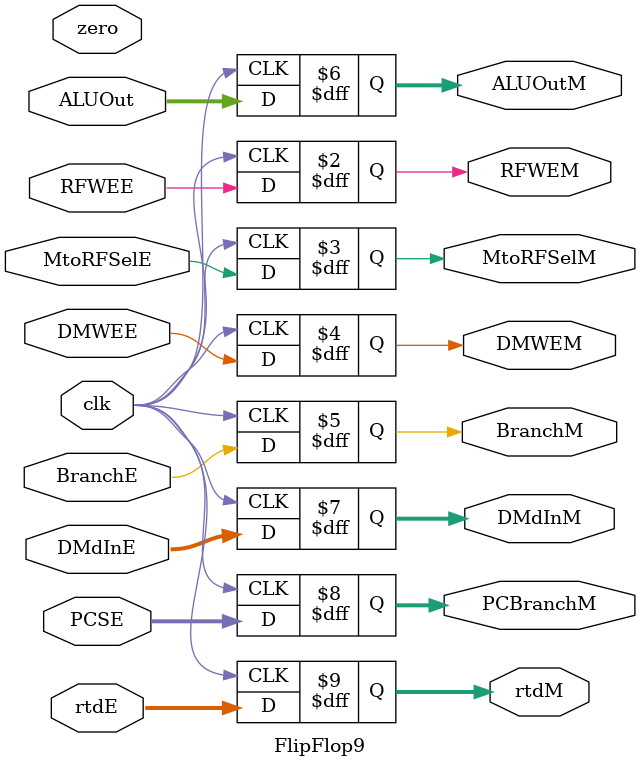
<source format=v>
`timescale 1ns / 1ps



module FlipFlop9(input clk, input RFWEE,MtoRFSelE,DMWEE,BranchE,zero,input[31:0] ALUOut,DMdInE,PCSE,input [4:0] rtdE,
output reg RFWEM,MtoRFSelM,DMWEM,BranchM, output reg [31:0]ALUOutM,DMdInM,PCBranchM,output reg [4:0] rtdM

    );
    
    always @(posedge clk)
    begin
    RFWEM<=RFWEE;
    MtoRFSelM<= MtoRFSelE; 
    DMWEM <= DMWEE;
    BranchM <= BranchE;
    
    ALUOutM <=ALUOut;
    DMdInM<=DMdInE;
    PCBranchM<= PCSE;
    rtdM<=rtdE;
    end 
    
endmodule

</source>
